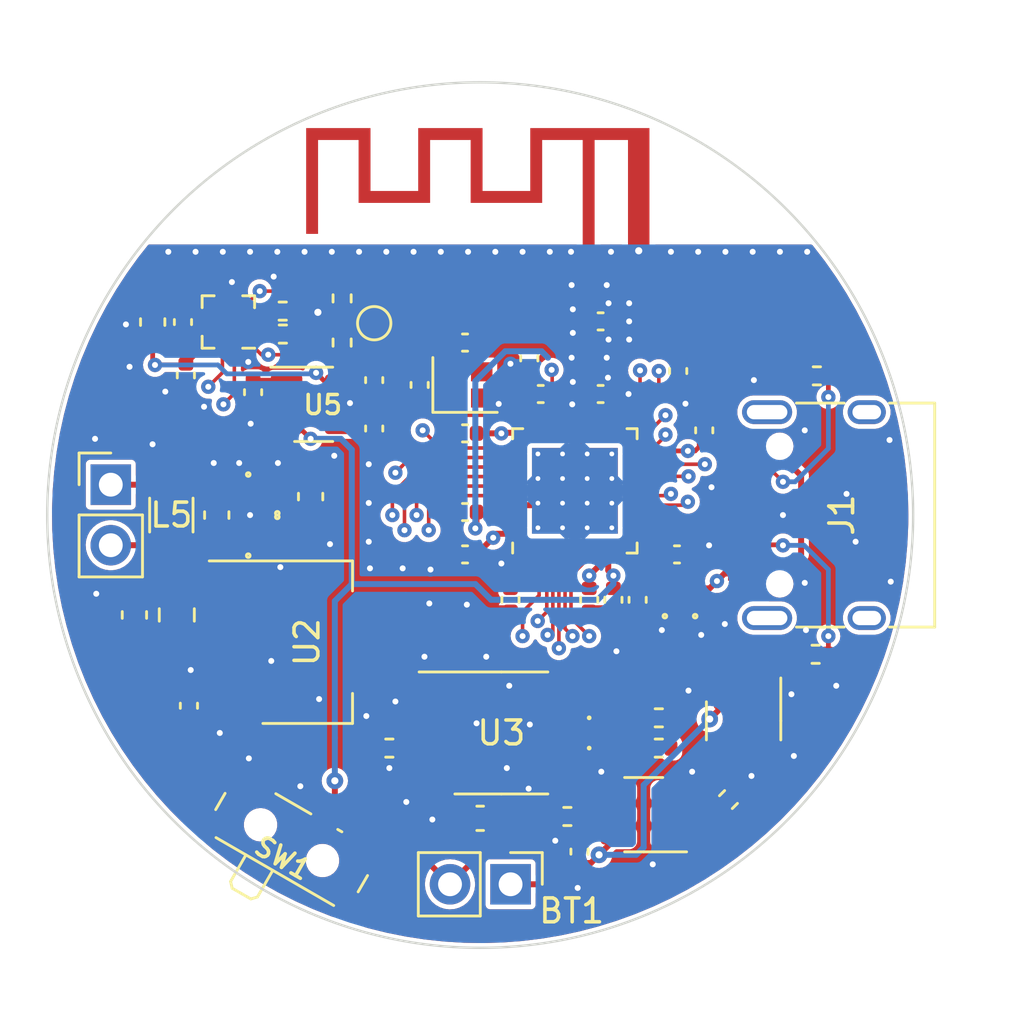
<source format=kicad_pcb>
(kicad_pcb (version 20211014) (generator pcbnew)
  (layers (0 "F.Cu" signal) (1 "In1.Cu" signal) (2 "In2.Cu" signal) (31 "B.Cu" signal) (34 "B.Paste" user) (35 "F.Paste" user) (36 "B.SilkS" user "B.Silkscreen") (37 "F.SilkS" user "F.Silkscreen") (38 "B.Mask" user) (39 "F.Mask" user) (44 "Edge.Cuts" user))
  (net 0 "")
  (net 1 "Net-(J1-PadA5)")
  (net 2 "GND")
  (net 3 "Net-(J1-PadB5)")
  (net 4 "Net-(R1-Pad1)")
  (net 5 "Net-(C34-Pad1)")
  (net 6 "VBATT")
  (net 7 "Net-(R10-Pad2)")
  (net 8 "Net-(R5-Pad1)")
  (net 9 "/Battery Management System/Charge Supply")
  (net 10 "Net-(LED2-Pad2)")
  (net 11 "Net-(LED1-Pad2)")
  (net 12 "Net-(AE1-Pad1)")
  (net 13 "+BATT")
  (net 14 "Net-(C8-Pad1)")
  (net 15 "+1V8")
  (net 17 "/Battery Management System/OC")
  (net 19 "/Battery Management System/OD")
  (net 21 "Net-(C26-Pad1)")
  (net 22 "Net-(LED2-Pad1)")
  (net 23 "Net-(LED1-Pad1)")
  (net 24 "-BATT")
  (net 25 "unconnected-(U6-Pad11)")
  (net 26 "unconnected-(U6-Pad12)")
  (net 27 "unconnected-(U1-Pad6)")
  (net 29 "DC1")
  (net 30 "XRTC-")
  (net 31 "XRTC+")
  (net 32 "A2")
  (net 33 "A3")
  (net 34 "VBUS")
  (net 35 "unconnected-(U1-Pad7)")
  (net 36 "D-")
  (net 37 "D+")
  (net 38 "RESET")
  (net 39 "unconnected-(U1-Pad17)")
  (net 40 "DC5")
  (net 41 "SCL")
  (net 42 "SDA")
  (net 43 "ANT")
  (net 44 "DC6")
  (net 45 "DC3")
  (net 46 "XTL+")
  (net 47 "XTL-")
  (net 48 "A1")
  (net 49 "A0")
  (net 50 "A4")
  (net 51 "A5")
  (net 52 "A6")
  (net 53 "A7")
  (net 54 "DC4")
  (net 55 "Net-(C1-Pad1)")
  (net 56 "Net-(C22-Pad1)")
  (net 57 "Net-(C28-Pad2)")
  (net 58 "Net-(C28-Pad1)")
  (net 62 "SWDIO")
  (net 63 "SWDCLK")
  (net 64 "unconnected-(U1-Pad22)")
  (net 65 "unconnected-(U1-Pad23)")
  (net 66 "Net-(R9-Pad2)")
  (net 67 "VDD")
  (footprint "Connector_PinHeader_2.54mm:PinHeader_1x02_P2.54mm_Vertical" (layer "F.Cu") (at 128.275 117.094 -90)
    (fp_text reference "BT1")
    (fp_text value "ASR00012")
  )
  (footprint "Resistor_SMD:R_0402_1005Metric" (layer "F.Cu") (at 141.0716 107.442 180)
    (fp_text reference "R6" hide)
    (fp_text value "5k1")
  )
  (footprint "Capacitor_SMD:C_0603_1608Metric" (layer "F.Cu") (at 115.951 101.6 90)
    (fp_text reference "C29" hide)
    (fp_text value "2n")
  )
  (footprint "Capacitor_SMD:C_0402_1005Metric" (layer "F.Cu") (at 136.398 98.044 90)
    (fp_text reference "C13" hide)
    (fp_text value "100n")
  )
  (footprint "Connector_USB:USB_C_Receptacle_HRO_TYPE-C-31-M-12" (layer "F.Cu") (at 142.165 101.6 90)
    (fp_text reference "J1")
    (fp_text value "USB_C_Receptacle" hide)
  )
  (footprint "Capacitor_SMD:C_0402_1005Metric" (layer "F.Cu") (at 122.555 95.9358 -90)
    (fp_text reference "C35" hide)
    (fp_text value "10u")
  )
  (footprint "Capacitor_SMD:C_0402_1005Metric" (layer "F.Cu") (at 126.365 103.251 180)
    (fp_text reference "C18" hide)
    (fp_text value "1u")
  )
  (footprint "Resistor_SMD:R_0402_1005Metric" (layer "F.Cu") (at 134.493 111.379 180)
    (fp_text reference "R4" hide)
    (fp_text value "1k")
  )
  (footprint "Capacitor_SMD:C_0603_1608Metric" (layer "F.Cu") (at 112.497 105.791 90)
    (fp_text reference "C10" hide)
    (fp_text value "10u")
  )
  (footprint "Connector_PinHeader_2.54mm:PinHeader_1x02_P2.54mm_Vertical" (layer "F.Cu") (at 111.506 100.325)
    (fp_text reference "L5")
    (fp_text value "8.32u")
  )
  (footprint "Capacitor_SMD:C_0402_1005Metric" (layer "F.Cu") (at 133.604 105.156 -90)
    (fp_text reference "C3" hide)
    (fp_text value "4u7")
  )
  (footprint "Capacitor_SMD:C_0603_1608Metric" (layer "F.Cu") (at 127 114.3254 180)
    (fp_text reference "C11" hide)
    (fp_text value "10u")
  )
  (footprint "Capacitor_SMD:C_0805_2012Metric" (layer "F.Cu") (at 114.275 105.791 90)
    (fp_text reference "C31" hide)
    (fp_text value "10u Tantalum" hide)
  )
  (footprint "Capacitor_SMD:C_0402_1005Metric" (layer "F.Cu") (at 114.783 109.601 -90)
    (fp_text reference "C33" hide)
    (fp_text value "1u")
  )
  (footprint "Capacitor_SMD:C_0402_1005Metric" (layer "F.Cu") (at 117.475 96.4438 -90)
    (fp_text reference "C7" hide)
    (fp_text value "1u")
  )
  (footprint "Resistor_SMD:R_0402_1005Metric" (layer "F.Cu") (at 141.1224 95.758 180)
    (fp_text reference "R7" hide)
    (fp_text value "5k1")
  )
  (footprint "Package_TO_SOT_SMD:SOT-23-6" (layer "F.Cu") (at 138.049 110.236 -90)
    (fp_text reference "Q2" hide)
    (fp_text value "F28205")
  )
  (footprint "Resistor_SMD:R_0402_1005Metric" (layer "F.Cu") (at 137.414 113.538 45)
    (fp_text reference "R5" hide)
    (fp_text value "1k")
  )
  (footprint "Capacitor_SMD:C_0603_1608Metric" (layer "F.Cu") (at 119.888 100.825 90)
    (fp_text reference "C26" hide)
    (fp_text value "4u7 25V")
  )
  (footprint "Package_SO:SOP-8_3.9x4.9mm_P1.27mm" (layer "F.Cu") (at 127.889 110.744)
    (fp_text reference "U3")
    (fp_text value "TP4056" hide)
  )
  (footprint "Inductor_SMD:L_0402_1005Metric" (layer "F.Cu") (at 131.572 94.996 90)
    (fp_text reference "L2" hide)
    (fp_text value "4n7")
  )
  (footprint "Package_LGA:LGA-12_2x2mm_P0.5mm" (layer "F.Cu") (at 116.438 93.496 180)
    (fp_text reference "U6" hide)
    (fp_text value "LIS2DW12")
  )
  (footprint "DIN1006-2:DIN1006-2" (layer "F.Cu") (at 117.2718 102.489 90)
    (fp_text reference "D2" hide)
    (fp_text value "D" hide)
  )
  (footprint "Resistor_SMD:R_0402_1005Metric" (layer "F.Cu") (at 121.2088 92.5068 -90)
    (fp_text reference "R8" hide)
    (fp_text value "10k")
  )
  (footprint "DIN1006-2:DIN1006-2" (layer "F.Cu") (at 134.747 105.029 90)
    (fp_text reference "D7" hide)
    (fp_text value "D" hide)
  )
  (footprint "Capacitor_SMD:C_0402_1005Metric" (layer "F.Cu") (at 122.555 97.9678 -90)
    (fp_text reference "C8" hide)
    (fp_text value "10n")
  )
  (footprint "RF_Antenna:Texas_SWRA117D_2.4GHz_Left" (layer "F.Cu") (at 131.55 90.509)
    (fp_text reference "AE1" hide)
    (fp_text value "Antenna_Shield")
  )
  (footprint "Capacitor_SMD:C_0402_1005Metric" (layer "F.Cu") (at 132.588 105.156 -90)
    (fp_text reference "C4" hide)
    (fp_text value "4u7")
  )
  (footprint "Crystal:Crystal_SMD_2016-4Pin_2.0x1.6mm" (layer "F.Cu") (at 126.365 96.139)
    (fp_text reference "Y1" hide)
    (fp_text value "Crystal" hide)
  )
  (footprint "DIN1006-2:DIN1006-2" (layer "F.Cu") (at 118.491 102.489 -90)
    (fp_text reference "D4" hide)
    (fp_text value "D" hide)
  )
  (footprint "Capacitor_SMD:C_0603_1608Metric" (layer "F.Cu") (at 113.2635 93.5 90)
    (fp_text reference "C9" hide)
    (fp_text value "10u")
  )
  (footprint "Capacitor_SMD:C_0402_1005Metric" (layer "F.Cu") (at 128.27 105.156 -90)
    (fp_text reference "C14" hide)
    (fp_text value "100n")
  )
  (footprint "Capacitor_SMD:C_0402_1005Metric" (layer "F.Cu") (at 124.46 96.139 90)
    (fp_text reference "C6" hide)
    (fp_text value "12p")
  )
  (footprint "Resistor_SMD:R_0402_1005Metric" (layer "F.Cu") (at 121.2088 94.361 90)
    (fp_text reference "R11" hide)
    (fp_text value "10k")
  )
  (footprint "Capacitor_SMD:C_0402_1005Metric" (layer "F.Cu") (at 129.06 95.024 90)
    (fp_text reference "C16" hide)
    (fp_text value "100p")
  )
  (footprint "Capacitor_SMD:C_0402_1005Metric" (layer "F.Cu") (at 114.6556 95.738 90)
    (fp_text reference "C36" hide)
    (fp_text value "100n")
  )
  (footprint "Resistor_SMD:R_0402_1005Metric" (layer "F.Cu") (at 134.493 110.109 180)
    (fp_text reference "R3" hide)
    (fp_text value "1k")
  )
  (footprint "Capacitor_SMD:C_0402_1005Metric" (layer "F.Cu") (at 135.255 103.251)
    (fp_text reference "C1" hide)
    (fp_text value "4u7")
  )
  (footprint "Capacitor_SMD:C_0402_1005Metric" (layer "F.Cu") (at 126.365 94.361 180)
    (fp_text reference "C5" hide)
    (fp_text value "12p")
  )
  (footprint "LED_SMD:LED_0402_1005Metric" (layer "F.Cu") (at 132.588 110.109)
    (fp_text reference "LED1" hide)
    (fp_text value "LED" hide)
  )
  (footprint "Inductor_SMD:L_0402_1005Metric" (layer "F.Cu") (at 131.572 91.948 90)
    (fp_text reference "L3" hide)
    (fp_text value "2n2")
  )
  (footprint "DIN1006-2:DIN1006-2" (layer "F.Cu") (at 118.491 100.711 90)
    (fp_text reference "D5" hide)
    (fp_text value "D" hide)
  )
  (footprint "Capacitor_SMD:C_0402_1005Metric" (layer "F.Cu") (at 131.1656 115.7224 -90)
    (fp_text reference "C34" hide)
    (fp_text value "100n")
  )
  (footprint "Button_Switch_SMD:SW_SPDT_PCM12" (layer "F.Cu") (at 119.253 115.062 -30)
    (fp_text reference "SW1")
    (fp_text value "MFS201N-16-Z")
  )
  (footprint "Capacitor_SMD:C_0402_1005Metric" (layer "F.Cu") (at 131.572 105.156 -90)
    (fp_text reference "C2" hide)
    (fp_text value "4u7")
  )
  (footprint "Package_TO_SOT_SMD:SOT-23-6" (layer "F.Cu") (at 133.858 114.173 180)
    (fp_text reference "U8" hide)
    (fp_text value "DW01A")
  )
  (footprint "LED_SMD:LED_0402_1005Metric" (layer "F.Cu") (at 132.588 111.379)
    (fp_text reference "LED2" hide)
    (fp_text value "LED" hide)
  )
  (footprint "Resistor_SMD:R_0402_1005Metric" (layer "F.Cu") (at 118.7176 93.0402 180)
    (fp_text reference "R10" hide)
    (fp_text value "N.C")
  )
  (footprint "Capacitor_SMD:C_0402_1005Metric" (layer "F.Cu") (at 132.052 93.472)
    (fp_text reference "C22" hide)
    (fp_text value "1p2")
  )
  (footprint "Capacitor_SMD:C_0402_1005Metric" (layer "F.Cu") (at 129.54 96.52 180)
    (fp_text reference "C32" hide)
    (fp_text value "N.C.")
  )
  (footprint "Capacitor_SMD:C_0402_1005Metric" (layer "F.Cu") (at 126.365 98.171 180)
    (fp_text reference "C12" hide)
    (fp_text value "100n")
  )
  (footprint "Capacitor_SMD:C_1206_3216Metric" (layer "F.Cu") (at 114.046 101.6 90)
    (fp_text reference "C28" hide)
    (fp_text value "150n")
  )
  (footprint "Capacitor_SMD:C_0402_1005Metric" (layer "F.Cu") (at 126.365 101.473 180)
    (fp_text reference "C19" hide)
    (fp_text value "1u")
  )
  (footprint "DIN1006-2:DIN1006-2" (layer "F.Cu") (at 136.017 105.029 90)
    (fp_text reference "D6" hide)
    (fp_text value "D" hide)
  )
  (footprint "TestPoint:TestPoint_Pad_D1.0mm" (layer "F.Cu") (at 122.555 93.5482)
    (fp_text reference "TP3" hide)
    (fp_text value "TestPoint")
  )
  (footprint "Capacitor_SMD:C_0402_1005Metric" (layer "F.Cu") (at 114.5335 93.5 90)
    (fp_text reference "C15" hide)
    (fp_text value "100n")
  )
  (footprint "Package_TO_SOT_SMD:SOT-223-3_TabPin2" (layer "F.Cu") (at 119.736 106.934)
    (fp_text reference "U2")
    (fp_text value "AMS1117-5.0" hide)
  )
  (footprint "Capacitor_SMD:C_0402_1005Metric" (layer "F.Cu") (at 135.3058 95.5548 90)
    (fp_text reference "C17" hide)
    (fp_text value "820p")
  )
  (footprint "Capacitor_SMD:C_0402_1005Metric" (layer "F.Cu") (at 132.052 96.52)
    (fp_text reference "C21" hide)
    (fp_text value "1p")
  )
  (footprint "Resistor_SMD:R_0402_1005Metric" (layer "F.Cu") (at 130.6576 114.2492)
    (fp_text reference "R2" hide)
    (fp_text value "100r")
  )
  (footprint "Package_TO_SOT_SMD:TSOT-23-5" (layer "F.Cu") (at 120.015 96.9518)
    (fp_text reference "U5")
    (fp_text value "BCT2019EXKV18-TR" hide)
  )
  (footprint "Resistor_SMD:R_0402_1005Metric" (layer "F.Cu") (at 118.724 94.004 180)
    (fp_text reference "R9" hide)
    (fp_text value "10k")
  )
  (footprint "Resistor_SMD:R_0402_1005Metric" (layer "F.Cu") (at 123.19 111.379)
    (fp_text reference "R1" hide)
    (fp_text value "1k5")
  )
  (footprint "Package_DFN_QFN:QFN-40-1EP_5x5mm_P0.4mm_EP3.6x3.6mm_ThermalVias" (layer "F.Cu") (at 130.972 100.584 90)
    (fp_text reference "U1" hide)
    (fp_text value "NRF52833-QDAA-R7" hide)
  )
  (footprint "DIN1006-2:DIN1006-2" (layer "F.Cu") (at 117.2718 100.711 -90)
    (fp_text reference "D3" hide)
    (fp_text value "D" hide)
  )
  (gr_circle (center 127 101.6) (end 127 83.439) (layer "Edge.Cuts") (width 0.1) (fill none))
  (segment (start 141.605 106.68) (end 141.605 107.44) (width 0.2) (layer "F.Cu") (net 1))
  (segment (start 139.68 102.85) (end 138.12 102.85) (width 0.2) (layer "F.Cu") (net 1))
  (segment (start 139.7 102.87) (end 139.68 102.85) (width 0.2) (layer "F.Cu") (net 1))
  (segment (start 141.605 107.44) (end 141.603 107.442) (width 0.2) (layer "F.Cu") (net 1))
  (via (at 141.605 106.68) (size 0.6) (drill 0.25) (layers "F.Cu" "B.Cu") (net 1))
  (via (at 139.7 102.87) (size 0.6) (drill 0.25) (layers "F.Cu" "B.Cu") (net 1))
  (segment (start 140.589 102.87) (end 141.605 103.886) (width 0.2) (layer "B.Cu") (net 1))
  (segment (start 139.7 102.87) (end 140.589 102.87) (width 0.2) (layer "B.Cu") (net 1))
  (segment (start 141.605 103.886) (end 141.605 106.68) (width 0.2) (layer "B.Cu") (net 1))
  (segment (start 127.531588 96.689) (end 127.777088 96.9345) (width 0.2) (layer "F.Cu") (net 2))
  (segment (start 117.2718 101.6762) (end 117.348 101.6) (width 0.25) (layer "F.Cu") (net 2))
  (segment (start 131.172 98.1465) (end 131.172 100.384) (width 0.25) (layer "F.Cu") (net 2))
  (segment (start 117.2718 101.5238) (end 117.348 101.6) (width 0.25) (layer "F.Cu") (net 2))
  (segment (start 129.06 96.52) (end 129.06 96.294) (width 0.15) (layer "F.Cu") (net 2))
  (segment (start 130.372 101.184) (end 130.972 100.584) (width 0.25) (layer "F.Cu") (net 2))
  (segment (start 128.5345 101.184) (end 130.372 101.184) (width 0.25) (layer "F.Cu") (net 2))
  (segment (start 129.06 96.3956) (end 128.27 95.6056) (width 0.15) (layer "F.Cu") (net 2))
  (segment (start 129.06 96.52) (end 129.06 96.3956) (width 0.15) (layer "F.Cu") (net 2))
  (segment (start 128.27 95.6056) (end 128.27 95.25) (width 0.15) (layer "F.Cu") (net 2))
  (segment (start 127.065 96.689) (end 127.531588 96.689) (width 0.2) (layer "F.Cu") (net 2))
  (segment (start 117.2718 102.1588) (end 117.2718 101.6762) (width 0.25) (layer "F.Cu") (net 2))
  (segment (start 117.2718 101.0412) (end 117.2718 101.5238) (width 0.25) (layer "F.Cu") (net 2))
  (segment (start 131.172 100.384) (end 130.972 100.584) (width 0.25) (layer "F.Cu") (net 2))
  (segment (start 119.096 93.246) (end 119.2764 93.0656) (width 0.15) (layer "F.Cu") (net 2))
  (via (at 127.635 90.551) (size 0.6) (drill 0.25) (layers "F.Cu" "B.Cu") (net 2))
  (via (at 132.08 112.3696) (size 0.6) (drill 0.25) (layers "F.Cu" "B.Cu") (net 2))
  (via (at 140.6652 106.426) (size 0.6) (drill 0.25) (layers "F.Cu" "B.Cu") (net 2))
  (via (at 116.8908 99.4156) (size 0.6) (drill 0.25) (layers "F.Cu" "B.Cu") (net 2))
  (via (at 134.239 116.2558) (size 0.6) (drill 0.25) (layers "F.Cu" "B.Cu") (net 2))
  (via (at 123.19 112.2172) (size 0.6) (drill 0.25) (layers "F.Cu" "B.Cu") (net 2))
  (via (at 123.9012 113.6396) (size 0.6) (drill 0.25) (layers "F.Cu" "B.Cu") (net 2))
  (via (at 129.0828 110.3884) (size 0.6) (drill 0.25) (layers "F.Cu" "B.Cu") (net 2))
  (via (at 118.491 90.551) (size 0.6) (drill 0.25) (layers "F.Cu" "B.Cu") (net 2))
  (via (at 130.8354 91.948) (size 0.6) (drill 0.25) (layers "F.Cu" "B.Cu") (net 2))
  (via (at 117.3734 97.7646) (size 0.6) (drill 0.25) (layers "F.Cu" "B.Cu") (net 2))
  (via (at 113.919 90.551) (size 0.6) (drill 0.25) (layers "F.Cu" "B.Cu") (net 2))
  (via (at 117.2972 111.8108) (size 0.6) (drill 0.25) (layers "F.Cu" "B.Cu") (net 2))
  (via (at 120.2436 109.3216) (size 0.6) (drill 0.25) (layers "F.Cu" "B.Cu") (net 2))
  (via (at 114.8588 108.1024) (size 0.6) (drill 0.25) (layers "F.Cu" "B.Cu") (net 2))
  (via (at 123.7488 103.8352) (size 0.6) (drill 0.25) (layers "F.Cu" "B.Cu") (net 2))
  (via (at 122.2248 110.0328) (size 0.6) (drill 0.25) (layers "F.Cu" "B.Cu") (net 2))
  (via (at 139.573 90.551) (size 0.6) (drill 0.25) (layers "F.Cu" "B.Cu") (net 2))
  (via (at 123.063 90.551) (size 0.6) (drill 0.25) (layers "F.Cu" "B.Cu") (net 2))
  (via (at 135.89 112.3696) (size 0.6) (drill 0.25) (layers "F.Cu" "B.Cu") (net 2))
  (via (at 142.367 100.711) (size 0.6) (drill 0.25) (layers "F.Cu" "B.Cu") (net 2))
  (via (at 119.634 90.551) (size 0.6) (drill 0.25) (layers "F.Cu" "B.Cu") (net 2))
  (via (at 126.8476 110.3376) (size 0.6) (drill 0.25) (layers "F.Cu" "B.Cu") (net 2))
  (via (at 124.9934 114.3762) (size 0.6) (drill 0.25) (layers "F.Cu" "B.Cu") (net 2))
  (via (at 126.492 90.551) (size 0.6) (drill 0.25) (layers "F.Cu" "B.Cu") (net 2))
  (via (at 122.3264 99.4664) (size 0.6) (drill 0.25) (layers "F.Cu" "B.Cu") (net 2))
  (via (at 137.287 90.551) (size 0.6) (drill 0.25) (layers "F.Cu" "B.Cu") (net 2))
  (via (at 116.586 91.821) (size 0.6) (drill 0.25) (layers "F.Cu" "B.Cu") (net 2))
  (via (at 118.3386 91.5924) (size 0.6) (drill 0.25) (layers "F.Cu" "B.Cu") (net 2))
  (via (at 115.824 99.4156) (size 0.6) (drill 0.25) (layers "F.Cu" "B.Cu") (net 2))
  (via (at 117.2718 95.1738) (size 0.6) (drill 0.25) (layers "F.Cu" "B.Cu") (net 2))
  (via (at 136.6012 102.87) (size 0.6) (drill 0.25) (layers "F.Cu" "B.Cu") (net 2))
  (via (at 120.8786 99.1108) (size 0.6) (drill 0.25) (layers "F.Cu" "B.Cu") (net 2))
  (via (at 124.9172 103.886) (size 0.6) (drill 0.25) (layers "F.Cu" "B.Cu") (net 2))
  (via (at 118.5164 99.4156) (size 0.6) (drill 0.25) (layers "F.Cu" "B.Cu") (net 2))
  (via (at 120.1928 93.091) (size 0.7) (drill 0.3) (layers "F.Cu" "B.Cu") (net 2))
  (via (at 120.7008 102.8192) (size 0.6) (drill 0.25) (layers "F.Cu" "B.Cu") (net 2))
  (via (at 126.4412 105.3592) (size 0.6) (drill 0.25) (layers "F.Cu" "B.Cu") (net 2))
  (via (at 113.792 96.4184) (size 0.6) (drill 0.25) (layers "F.Cu" "B.Cu") (net 2))
  (via (at 120.777 90.551) (size 0.6) (drill 0.25) (layers "F.Cu" "B.Cu") (net 2))
  (via (at 144.2212 104.394) (size 0.6) (drill 0.25) (layers "F.Cu" "B.Cu") (net 2))
  (via (at 127.254 107.5436) (size 0.6) (drill 0.25) (layers "F.Cu" "B.Cu") (net 2))
  (via (at 129.921 90.551) (size 0.6) (drill 0.25) (layers "F.Cu" "B.Cu") (net 2))
  (via (at 138.3792 112.5474) (size 0.6) (drill 0.25) (layers "F.Cu" "B.Cu") (net 2))
  (via (at 132.3086 91.948) (size 0.6) (drill 0.25) (layers "F.Cu" "B.Cu") (net 2))
  (via (at 135.001 90.551) (size 0.6) (drill 0.25) (layers "F.Cu" "B.Cu") (net 2))
  (via (at 133.2484 93.472) (size 0.6) (drill 0.25) (layers "F.Cu" "B.Cu") (net 2))
  (via (at 132.3086 94.996) (size 0.6) (drill 0.25) (layers "F.Cu" "B.Cu") (net 2))
  (via (at 124.206 90.551) (size 0.6) (drill 0.25) (layers "F.Cu" "B.Cu") (net 2))
  (via (at 127.889 103.632) (size 0.6) (drill 0.25) (layers "F.Cu" "B.Cu") (net 2))
  (via (at 116.078 110.744) (size 0.6) (drill 0.25) (layers "F.Cu" "B.Cu") (net 2))
  (via (at 132.3594 95.8342) (size 0.6) (drill 0.25) (layers "F.Cu" "B.Cu") (net 2))
  (via (at 140.0556 109.1184) (size 0.6) (drill 0.25) (layers "F.Cu" "B.Cu") (net 2))
  (via (at 132.3848 94.234) (size 0.6) (drill 0.25) (layers "F.Cu" "B.Cu") (net 2))
  (via (at 125.349 90.551) (size 0.6) (drill 0.25) (layers "F.Cu" "B.Cu") (net 2))
  (via (at 138.43 90.551) (size 0.6) (drill 0.25) (layers "F.Cu" "B.Cu") (net 2))
  (via (at 139.7 101.6) (size 0.6) (drill 0.25) (layers "F.Cu" "B.Cu") (net 2))
  (via (at 130.8862 93.9546) (size 0.6) (drill 0.25) (layers "F.Cu" "B.Cu") (net 2))
  (via (at 131.0894 117.2464) (size 0.6) (drill 0.25) (layers "F.Cu" "B.Cu") (net 2))
  (via (at 123.444 109.4232) (size 0.6) (drill 0.25) (layers "F.Cu" "B.Cu") (net 2))
  (via (at 140.6144 104.4448) (size 0.6) (drill 0.25) (layers "F.Cu" "B.Cu") (net 2))
  (via (at 124.8664 105.3084) (size 0.6) (drill 0.25) (layers "F.Cu" "B.Cu") (net 2))
  (via (at 122.3264 102.7176) (size 0.6) (drill 0.25) (layers "F.Cu" "B.Cu") (net 2))
  (via (at 128.27 95.25) (size 0.6) (drill 0.25) (layers "F.Cu" "B.Cu") (net 2))
  (via (at 130.8354 94.996) (size 0.6) (drill 0.25) (layers "F.Cu" "B.Cu") (net 2))
  (via (at 119.4562 112.9792) (size 0.6) (drill 0.25) (layers "F.Cu" "B.Cu") (net 2))
  (via (at 128.778 90.551) (size 0.6) (drill 0.25) (layers "F.Cu" "B.Cu") (net 2))
  (via (at 130.8862 92.964) (size 0.6) (drill 0.25) (layers "F.Cu" "B.Cu") (net 2))
  (via (at 136.271 106.6292) (size 0.6) (drill 0.25) (layers "F.Cu" "B.Cu") (net 2))
  (via (at 121.92 90.551) (size 0.6) (drill 0.25) (layers "F.Cu" "B.Cu") (net 2))
  (via (at 134.62 106.426) (size 0.6) (drill 0.25) (layers "F.Cu" "B.Cu") (net 2))
  (via (at 133.223 96.52) (size 0.6) (drill 0.25) (layers "F.Cu" "B.Cu") (net 2))
  (via (at 137.2616 106.172) (size 0.6) (drill 0.25) (layers "F.Cu" "B.Cu") (net 2))
  (via (at 128.1176 112.2172) (size 0.6) (drill 0.25) (layers "F.Cu" "B.Cu") (net 2))
  (via (at 112.2934 95.377) (size 0.6) (drill 0.25) (layers "F.Cu" "B.Cu") (net 2))
  (via (at 113.2586 98.6282) (size 0.6) (drill 0.25) (layers "F.Cu" "B.Cu") (net 2))
  (via (at 142.748 102.7176) (size 0.6) (drill 0.25) (layers "F.Cu" "B.Cu") (net 2))
  (via (at 141.9352 108.7628) (size 0.6) (drill 0.25) (layers "F.Cu" "B.Cu") (net 2))
  (via (at 132.4864 90.551) (size 0.6) (drill 0.25) (layers "F.Cu" "B.Cu") (net 2))
  (via (at 135.7376 108.966) (size 0.6) (drill 0.25) (layers "F.Cu" "B.Cu") (net 2))
  (via (at 135.6106 96.9264) (size 0.6) (drill 0.25) (layers "F.Cu" "B.Cu") (net 2))
  (via (at 138.4808 95.9358) (size 0.6) (drill 0.25) (layers "F.Cu" "B.Cu") (net 2))
  (via (at 128.2192 108.7628) (size 0.6) (drill 0.25) (layers "F.Cu" "B.Cu") (net 2))
  (via (at 122.3264 101.092) (size 0.6) (drill 0.25) (layers "F.Cu" "B.Cu") (net 2))
  (via (at 110.8456 98.3996) (size 0.6) (drill 0.25) (layers "F.Cu" "B.Cu") (net 2))
  (via (at 129.032 113.0808) (size 0.6) (drill 0.25) (layers "F.Cu" "B.Cu") (net 2))
  (via (at 124.6632 107.5436) (size 0.6) (drill 0.25) (layers "F.Cu" "B.Cu") (net 2))
  (via (at 118.237 107.7214) (size 0.6) (drill 0.25) (layers "F.Cu" "B.Cu") (net 2))
  (via (at 115.4176 97.0534) (size 0.6) (drill 0.25) (layers "F.Cu" "B.Cu") (net 2))
  (via (at 132.715 107.315) (size 0.6) (drill 0.25) (layers "F.Cu" "B.Cu") (net 2))
  (via (at 140.716 90.551) (size 0.6) (drill 0.25) (layers "F.Cu" "B.Cu") (net 2))
  (via (at 130.8608 96.9518) (size 0.6) (drill 0.25) (layers "F.Cu" "B.Cu") (net 2))
  (via (at 110.8964 104.902) (size 0.6) (drill 0.25) (layers "F.Cu" "B.Cu") (net 2))
  (via (at 116.205 90.551) (size 0.6) (drill 0.25) (layers "F.Cu" "B.Cu") (net 2))
  (via (at 144.1704 98.4504) (size 0.6) (drill 0.25) (layers "F.Cu" "B.Cu") (net 2))
  (via (at 136.144 90.551) (size 0.6) (drill 0.25) (layers "F.Cu" "B.Cu") (net 2))
  (via (at 130.1496 115.2652) (size 0.6) (drill 0.25) (layers "F.Cu" "B.Cu") (net 2))
  (via (at 130.81 90.551) (size 0.6) (drill 0.25) (layers "F.Cu" "B.Cu") (net 2))
  (via (at 127.777088 96.9345) (size 0.6) (drill 0.25) (layers "F.Cu" "B.Cu") (net 2))
  (via (at 117.348 101.6) (size 0.6) (drill 0.25) (layers "F.Cu" "B.Cu") (net 2))
  (via (at 130.8862 96.012) (size 0.6) (drill 0.25) (layers "F.Cu" "B.Cu") (net 2))
  (via (at 115.062 90.551) (size 0.6) (drill 0.25) (layers "F.Cu" "B.Cu") (net 2))
  (via (at 140.6144 98.044) (size 0.6) (drill 0.25) (layers "F.Cu" "B.Cu") (net 2))
  (via (at 136.7028 100.4316) (size 0.6) (drill 0.25) (layers "F.Cu" "B.Cu") (net 2))
  (via (at 133.2484 94.234) (size 0.6) (drill 0.25) (layers "F.Cu" "B.Cu") (net 2))
  (via (at 117.348 90.551) (size 0.6) (drill 0.25) (layers "F.Cu" "B.Cu") (net 2))
  (via (at 118.618 103.7844) (size 0.6) (drill 0.25) (layers "F.Cu" "B.Cu") (net 2))
  (via (at 121.539 96.901) (size 0.6) (drill 0.25) (layers "F.Cu" "B.Cu") (net 2))
  (via (at 140.1572 111.7092) (size 0.6) (drill 0.25) (layers "F.Cu" "B.Cu") (net 2))
  (via (at 132.3848 92.71) (size 0.6) (drill 0.25) (layers "F.Cu" "B.Cu") (net 2))
  (via (at 133.2484 92.71) (size 0.6) (drill 0.25) (layers "F.Cu" "B.Cu") (net 2))
  (via (at 122.3772 103.8352) (size 0.6) (drill 0.25) (layers "F.Cu" "B.Cu") (net 2))
  (via (at 112.141 93.599) (size 0.6) (drill 0.25) (layers "F.Cu" "B.Cu") (net 2))
  (segment (start 141.605 96.647) (end 141.605 95.76) (width 0.2) (layer "F.Cu") (net 3))
  (segment (start 139.347 99.85) (end 138.12 99.85) (width 0.15) (layer "F.Cu") (net 3))
  (segment (start 139.7 100.203) (end 139.347 99.85) (width 0.15) (layer "F.Cu") (net 3))
  (segment (start 141.605 95.76) (end 141.603 95.758) (width 0.2) (layer "F.Cu") (net 3))
  (via (at 139.7 100.203) (size 0.6) (drill 0.25) (layers "F.Cu" "B.Cu") (net 3))
  (via (at 141.605 96.647) (size 0.6) (drill 0.25) (layers "F.Cu" "B.Cu") (net 3))
  (segment (start 141.605 98.806) (end 141.605 96.647) (width 0.2) (layer "B.Cu") (net 3))
  (segment (start 140.208 100.203) (end 141.605 98.806) (width 0.2) (layer "B.Cu") (net 3))
  (segment (start 139.7 100.203) (end 140.208 100.203) (width 0.2) (layer "B.Cu") (net 3))
  (segment (start 123.317 110.109) (end 122.68 110.746) (width 0.2) (layer "F.Cu") (net 4))
  (segment (start 122.68 110.746) (end 122.68 111.379) (width 0.2) (layer "F.Cu") (net 4))
  (segment (start 125.264 110.109) (end 123.317 110.109) (width 0.2) (layer "F.Cu") (net 4))
  (segment (start 131.1676 115.2404) (end 131.1656 115.2424) (width 0.2) (layer "F.Cu") (net 5))
  (segment (start 132.7205 114.173) (end 131.2438 114.173) (width 0.2) (layer "F.Cu") (net 5))
  (segment (start 131.1676 114.2492) (end 131.1676 115.2404) (width 0.2) (layer "F.Cu") (net 5))
  (segment (start 131.2438 114.173) (end 131.1676 114.2492) (width 0.2) (layer "F.Cu") (net 5))
  (segment (start 123.589584 114.948584) (end 125.735 117.094) (width 0.25) (layer "F.Cu") (net 6))
  (segment (start 130.514 113.8828) (end 130.514 112.649) (width 0.25) (layer "F.Cu") (net 6))
  (segment (start 121.916557 114.948584) (end 123.589584 114.948584) (width 0.25) (layer "F.Cu") (net 6))
  (segment (start 130.0968 114.3) (end 130.514 113.8828) (width 0.25) (layer "F.Cu") (net 6))
  (segment (start 127.775 115.049) (end 127.775 114.3254) (width 0.25) (layer "F.Cu") (net 6))
  (segment (start 130.1476 114.2492) (end 127.8512 114.2492) (width 0.25) (layer "F.Cu") (net 6))
  (segment (start 127.8512 114.2492) (end 127.775 114.3254) (width 0.25) (layer "F.Cu") (net 6))
  (segment (start 125.735 117.094) (end 125.735 117.089) (width 0.25) (layer "F.Cu") (net 6))
  (segment (start 125.735 117.089) (end 127.775 115.049) (width 0.25) (layer "F.Cu") (net 6))
  (segment (start 130.0968 114.3) (end 130.1476 114.2492) (width 0.25) (layer "F.Cu") (net 6))
  (segment (start 118.0018 93.246) (end 118.2076 93.0402) (width 0.15) (layer "F.Cu") (net 7))
  (segment (start 117.2005 93.246) (end 118.0018 93.246) (width 0.15) (layer "F.Cu") (net 7))
  (segment (start 134.9955 114.173) (end 136.779 114.173) (width 0.2) (layer "F.Cu") (net 8))
  (segment (start 136.779 114.173) (end 137.053376 113.898624) (width 0.2) (layer "F.Cu") (net 8))
  (segment (start 125.73 112.649) (end 129.54 108.839) (width 0.25) (layer "F.Cu") (net 9))
  (segment (start 125.264 112.649) (end 125.73 112.649) (width 0.25) (layer "F.Cu") (net 9))
  (segment (start 129.54 108.839) (end 130.514 108.839) (width 0.25) (layer "F.Cu") (net 9))
  (segment (start 135.382 107.7595) (end 134.3025 108.839) (width 0.25) (layer "F.Cu") (net 9))
  (segment (start 135.382 105.41) (end 135.382 107.7595) (width 0.25) (layer "F.Cu") (net 9))
  (segment (start 129.413 108.839) (end 130.514 108.839) (width 0.25) (layer "F.Cu") (net 9))
  (segment (start 134.747 105.3592) (end 135.4328 105.3592) (width 0.25) (layer "F.Cu") (net 9))
  (segment (start 126.492 106.934) (end 122.886 106.934) (width 0.25) (layer "F.Cu") (net 9))
  (segment (start 135.4328 105.3592) (end 136.017 105.3592) (width 0.25) (layer "F.Cu") (net 9))
  (segment (start 114.468 106.934) (end 114.275 106.741) (width 0.25) (layer "F.Cu") (net 9))
  (segment (start 130.514 108.839) (end 134.366 108.839) (width 0.2) (layer "F.Cu") (net 9))
  (segment (start 112.672 106.741) (end 112.497 106.566) (width 0.25) (layer "F.Cu") (net 9))
  (segment (start 127.508 106.934) (end 129.413 108.839) (width 0.25) (layer "F.Cu") (net 9))
  (segment (start 134.3025 108.839) (end 130.514 108.839) (width 0.25) (layer "F.Cu") (net 9))
  (segment (start 135.003 111.379) (end 135.003 110.109) (width 0.2) (layer "F.Cu") (net 9))
  (segment (start 116.586 106.934) (end 114.468 106.934) (width 0.25) (layer "F.Cu") (net 9))
  (segment (start 135.4328 105.3592) (end 135.382 105.41) (width 0.25) (layer "F.Cu") (net 9))
  (segment (start 114.275 106.741) (end 112.672 106.741) (width 0.25) (layer "F.Cu") (net 9))
  (segment (start 126.492 106.934) (end 127.508 106.934) (width 0.25) (layer "F.Cu") (net 9))
  (segment (start 135.003 109.476) (end 135.003 110.109) (width 0.2) (layer "F.Cu") (net 9))
  (segment (start 134.366 108.839) (end 135.003 109.476) (width 0.2) (layer "F.Cu") (net 9))
  (segment (start 133.983 111.379) (end 133.073 111.379) (width 0.25) (layer "F.Cu") (net 10))
  (segment (start 133.983 110.109) (end 133.073 110.109) (width 0.25) (layer "F.Cu") (net 11))
  (segment (start 131.572 91.463) (end 131.572 90.531) (width 0.349355) (layer "F.Cu") (net 12))
  (segment (start 131.572 90.531) (end 131.55 90.509) (width 0.2) (layer "F.Cu") (net 12))
  (segment (start 132.372 103.924) (end 132.588 104.14) (width 0.25) (layer "F.Cu") (net 13))
  (segment (start 119.319 97.9018) (end 118.8775 97.9018) (width 0.2) (layer "F.Cu") (net 13))
  (segment (start 132.372 103.0215) (end 132.372 103.924) (width 0.25) (layer "F.Cu") (net 13))
  (segment (start 132.588 104.676) (end 132.588 104.14) (width 0.25) (layer "F.Cu") (net 13))
  (segment (start 119.888 97.3328) (end 119.319 97.9018) (width 0.2) (layer "F.Cu") (net 13))
  (segment (start 119.888 96.5708) (end 119.888 97.3328) (width 0.2) (layer "F.Cu") (net 13))
  (segment (start 118.8775 96.0018) (end 119.319 96.0018) (width 0.2) (layer "F.Cu") (net 13))
  (segment (start 120.904 112.7506) (end 120.904 113.912103) (width 0.25) (layer "F.Cu") (net 13))
  (segment (start 119.319 96.0018) (end 119.888 96.5708) (width 0.2) (layer "F.Cu") (net 13))
  (segment (start 117.475 95.9638) (end 118.8395 95.9638) (width 0.25) (layer "F.Cu") (net 13))
  (segment (start 119.3902 97.9018) (end 119.888 98.3996) (width 0.2) (layer "F.Cu") (net 13))
  (segment (start 120.904 113.912103) (end 120.617519 114.198584) (width 0.25) (layer "F.Cu") (net 13))
  (segment (start 118.8775 97.9018) (end 119.3902 97.9018) (width 0.2) (layer "F.Cu") (net 13))
  (segment (start 118.8395 95.9638) (end 118.8775 96.0018) (width 0.25) (layer "F.Cu") (net 13))
  (via (at 119.888 98.3996) (size 0.6) (drill 0.25) (layers "F.Cu" "B.Cu") (net 13))
  (via (at 132.588 104.14) (size 0.6) (drill 0.25) (layers "F.Cu" "B.Cu") (net 13))
  (via (at 120.904 112.7506) (size 0.7) (drill 0.3) (layers "F.Cu" "B.Cu") (net 13))
  (segment (start 120.904 105.2068) (end 121.6152 104.4956) (width 0.25) (layer "B.Cu") (net 13))
  (segment (start 121.6152 104.4956) (end 126.7968 104.4956) (width 0.25) (layer "B.Cu") (net 13))
  (segment (start 121.6152 98.8568) (end 121.5136 98.7552) (width 0.25) (layer "B.Cu") (net 13))
  (segment (start 131.9276 105.156) (end 132.588 104.4956) (width 0.25) (layer "B.Cu") (net 13))
  (segment (start 120.904 110.9472) (end 120.904 112.7506) (width 0.25) (layer "B.Cu") (net 13))
  (segment (start 120.904 110.9472) (end 120.904 105.2068) (width 0.25) (layer "B.Cu") (net 13))
  (segment (start 121.158 98.3996) (end 119.888 98.3996) (width 0.25) (layer "B.Cu") (net 13))
  (segment (start 121.5136 98.7552) (end 121.158 98.3996) (width 0.25) (layer "B.Cu") (net 13))
  (segment (start 127.4572 105.156) (end 131.9276 105.156) (width 0.25) (layer "B.Cu") (net 13))
  (segment (start 126.7968 104.4956) (end 127.4572 105.156) (width 0.25) (layer "B.Cu") (net 13))
  (segment (start 121.6152 104.4956) (end 121.6152 98.8568) (width 0.25) (layer "B.Cu") (net 13))
  (segment (start 132.588 104.4956) (end 132.588 104.14) (width 0.25) (layer "B.Cu") (net 13))
  (segment (start 121.1525 97.9018) (end 122.141 97.9018) (width 0.25) (layer "F.Cu") (net 14))
  (segment (start 122.141 97.9018) (end 122.555 97.4878) (width 0.25) (layer "F.Cu") (net 14))
  (segment (start 115.6755 94.246) (end 115.6676 94.246) (width 0.2) (layer "F.Cu") (net 15))
  (segment (start 115.6676 94.246) (end 114.6556 95.258) (width 0.2) (layer "F.Cu") (net 15))
  (segment (start 121.1525 96.0018) (end 120.4874 96.0018) (width 0.2) (layer "F.Cu") (net 15))
  (segment (start 119.234 94.004) (end 122.0992 94.004) (width 0.15) (layer "F.Cu") (net 15))
  (segment (start 122.555 95.4558) (end 122.555 93.5482) (width 0.25) (layer "F.Cu") (net 15))
  (segment (start 113.2635 95.2041) (end 113.3602 95.3008) (width 0.2) (layer "F.Cu") (net 15))
  (segment (start 113.2635 94.275) (end 113.2635 95.2041) (width 0.2) (layer "F.Cu") (net 15))
  (segment (start 115.676 94.2465) (end 115.6755 94.246) (width 0.2) (layer "F.Cu") (net 15))
  (segment (start 122.0992 94.004) (end 122.555 93.5482) (width 0.15) (layer "F.Cu") (net 15))
  (segment (start 114.6128 95.3008) (end 114.6556 95.258) (width 0.2) (layer "F.Cu") (net 15))
  (segment (start 121.1525 95.9225) (end 121.1525 96.0018) (width 0.2) (layer "F.Cu") (net 15))
  (segment (start 113.3602 95.3008) (end 114.6128 95.3008) (width 0.2) (layer "F.Cu") (net 15))
  (segment (start 115.6755 93.746) (end 114.7675 93.746) (width 0.2) (layer "F.Cu") (net 15))
  (segment (start 122.009 96.0018) (end 122.555 95.4558) (width 0.25) (layer "F.Cu") (net 15))
  (segment (start 113.5585 93.98) (end 113.2635 94.275) (width 0.2) (layer "F.Cu") (net 15))
  (segment (start 120.4874 96.0018) (end 120.1166 95.631) (width 0.2) (layer "F.Cu") (net 15))
  (segment (start 114.7675 93.746) (end 114.5335 93.98) (width 0.2) (layer "F.Cu") (net 15))
  (segment (start 114.5335 93.98) (end 113.5585 93.98) (width 0.2) (layer "F.Cu") (net 15))
  (segment (start 121.2088 93.0168) (end 121.2088 93.851) (width 0.2) (layer "F.Cu") (net 15))
  (segment (start 121.1525 96.0018) (end 122.009 96.0018) (width 0.25) (layer "F.Cu") (net 15))
  (via (at 120.1166 95.631) (size 0.6) (drill 0.25) (layers "F.Cu" "B.Cu") (net 15))
  (via (at 113.3602 95.3008) (size 0.6) (drill 0.25) (layers "F.Cu" "B.Cu") (net 15))
  (segment (start 120.0738 95.6738) (end 116.3748 95.6738) (width 0.2) (layer "B.Cu") (net 15))
  (segment (start 116.3748 95.6738) (end 116.0018 95.3008) (width 0.2) (layer "B.Cu") (net 15))
  (segment (start 120.1166 95.631) (end 120.0738 95.6738) (width 0.2) (layer "B.Cu") (net 15))
  (segment (start 116.0018 95.3008) (end 113.3602 95.3008) (width 0.2) (layer "B.Cu") (net 15))
  (segment (start 137.099 111.3735) (end 137.099 112.583) (width 0.2) (layer "F.Cu") (net 17))
  (segment (start 136.459 113.223) (end 134.9955 113.223) (width 0.2) (layer "F.Cu") (net 17))
  (segment (start 137.099 112.583) (end 136.459 113.223) (width 0.2) (layer "F.Cu") (net 17))
  (segment (start 134.9955 115.123) (end 137.099 115.123) (width 0.2) (layer "F.Cu") (net 19))
  (segment (start 138.999 113.223) (end 138.999 111.3735) (width 0.2) (layer "F.Cu") (net 19))
  (segment (start 137.099 115.123) (end 138.999 113.223) (width 0.2) (layer "F.Cu") (net 19))
  (segment (start 118.491 101.6) (end 118.491 102.1588) (width 0.25) (layer "F.Cu") (net 21))
  (segment (start 119.888 107.188) (end 117.842 109.234) (width 0.25) (layer "F.Cu") (net 21))
  (segment (start 119.888 101.6) (end 119.888 107.188) (width 0.25) (layer "F.Cu") (net 21))
  (segment (start 117.842 109.234) (end 116.586 109.234) (width 0.25) (layer "F.Cu") (net 21))
  (segment (start 118.491 101.0412) (end 118.491 101.6) (width 0.25) (layer "F.Cu") (net 21))
  (segment (start 114.896 109.234) (end 114.783 109.121) (width 0.25) (layer "F.Cu") (net 21))
  (segment (start 119.888 101.6) (end 118.491 101.6) (width 0.25) (layer "F.Cu") (net 21))
  (segment (start 116.586 109.234) (end 114.896 109.234) (width 0.25) (layer "F.Cu") (net 21))
  (segment (start 130.514 111.379) (end 132.103 111.379) (width 0.25) (layer "F.Cu") (net 22))
  (segment (start 132.103 110.109) (end 130.514 110.109) (width 0.25) (layer "F.Cu") (net 23))
  (segment (start 131.6411 116.2024) (end 131.94815 115.89535) (width 0.25) (layer "F.Cu") (net 24))
  (segment (start 131.94815 115.89535) (end 131.98625 115.85725) (width 0.25) (layer "F.Cu") (net 24))
  (segment (start 131.98625 115.85725) (end 132.7205 115.123) (width 0.25) (layer "F.Cu") (net 24))
  (segment (start 136.6266 110.1598) (end 137.099 109.6874) (width 0.25) (layer "F.Cu") (net 24))
  (segment (start 137.099 109.6874) (end 137.099 109.0985) (width 0.25) (layer "F.Cu") (net 24))
  (segment (start 128.275 117.094) (end 130.274 117.094) (width 0.25) (layer "F.Cu") (net 24))
  (segment (start 131.1656 116.2024) (end 131.6411 116.2024) (width 0.25) (layer "F.Cu") (net 24))
  (segment (start 130.274 117.094) (end 131.1656 116.2024) (width 0.25) (layer "F.Cu") (net 24))
  (via (at 136.6266 110.1598) (size 0.7) (drill 0.3) (layers "F.Cu" "B.Cu") (net 24))
  (via (at 131.98625 115.85725) (size 0.7) (drill 0.3) (layers "F.Cu" "B.Cu") (net 24))
  (segment (start 133.7056 115.697) (end 133.858 115.5446) (width 0.25) (layer "B.Cu") (net 24))
  (segment (start 136.6266 110.1598) (end 133.858 112.9284) (width 0.25) (layer "B.Cu") (net 24))
  (segment (start 131.98625 115.85725) (end 133.54535 115.85725) (width 0.25) (layer "B.Cu") (net 24))
  (segment (start 133.858 112.9284) (end 133.858 115.5446) (width 0.25) (layer "B.Cu") (net 24))
  (segment (start 133.54535 115.85725) (end 133.858 115.5446) (width 0.25) (layer "B.Cu") (net 24))
  (segment (start 116.188 94.2585) (end 116.188 95.6226) (width 0.15) (layer "F.Cu") (net 25))
  (segment (start 116.188 95.6226) (end 115.5954 96.2152) (width 0.15) (layer "F.Cu") (net 25))
  (via (at 115.5954 96.2152) (size 0.6) (drill 0.25) (layers "F.Cu" "B.Cu") (net 25))
  (segment (start 116.688 96.4942) (end 116.2304 96.9518) (width 0.15) (layer "F.Cu") (net 26))
  (segment (start 116.688 94.2585) (end 116.688 96.4942) (width 0.15) (layer "F.Cu") (net 26))
  (via (at 116.2304 96.9518) (size 0.6) (drill 0.25) (layers "F.Cu" "B.Cu") (net 26))
  (segment (start 130.56 104.036447) (end 130.56 106.367503) (width 0.15) (layer "F.Cu") (net 27))
  (segment (start 131.172 103.0215) (end 131.172 103.424446) (width 0.15) (layer "F.Cu") (net 27))
  (segment (start 130.569723 104.026723) (end 130.56 104.036447) (width 0.15) (layer "F.Cu") (net 27))
  (segment (start 131.172 103.424446) (end 130.569723 104.026723) (width 0.15) (layer "F.Cu") (net 27))
  (segment (start 130.56 106.367503) (end 130.872497 106.68) (width 0.15) (layer "F.Cu") (net 27))
  (via (at 130.872497 106.68) (size 0.6) (drill 0.25) (layers "F.Cu" "B.Cu") (net 27))
  (segment (start 129.172 103.0215) (end 129.172 103.774) (width 0.25) (layer "F.Cu") (net 29))
  (segment (start 129.172 103.774) (end 128.27 104.676) (width 0.25) (layer "F.Cu") (net 29))
  (segment (start 128.778 106.68) (end 128.778 105.664) (width 0.15) (layer "F.Cu") (net 30))
  (segment (start 128.778 105.664) (end 129.472 104.97) (width 0.15) (layer "F.Cu") (net 30))
  (segment (start 129.472 104.97) (end 129.472 103.1215) (width 0.15) (layer "F.Cu") (net 30))
  (segment (start 129.472 103.1215) (end 129.572 103.0215) (width 0.15) (layer "F.Cu") (net 30))
  (via (at 128.778 106.68) (size 0.6) (drill 0.25) (layers "F.Cu" "B.Cu") (net 30))
  (segment (start 129.794 103.741784) (end 129.794 104.648) (width 0.15) (layer "F.Cu") (net 31))
  (segment (start 129.972 103.563784) (end 129.794 103.741784) (width 0.15) (layer "F.Cu") (net 31))
  (segment (start 129.972 103.0215) (end 129.972 103.563784) (width 0.15) (layer "F.Cu") (net 31))
  (segment (start 129.794 105.664) (end 129.413 106.045) (width 0.15) (layer "F.Cu") (net 31))
  (segment (start 129.794 104.648) (end 129.794 105.664) (width 0.15) (layer "F.Cu") (net 31))
  (via (at 129.413 106.045) (size 0.6) (drill 0.25) (layers "F.Cu" "B.Cu") (net 31))
  (segment (start 130.048 106.553) (end 129.972602 106.628398) (width 0.15) (layer "F.Cu") (net 32))
  (segment (start 130.372 103.517338) (end 130.048 103.841338) (width 0.15) (layer "F.Cu") (net 32))
  (segment (start 130.372 103.0215) (end 130.372 103.517338) (width 0.15) (layer "F.Cu") (net 32))
  (segment (start 129.972602 106.628398) (end 129.8275 106.628398) (width 0.15) (layer "F.Cu") (net 32))
  (segment (start 130.048 103.841338) (end 130.048 106.553) (width 0.15) (layer "F.Cu") (net 32))
  (via (at 129.8275 106.628398) (size 0.6) (drill 0.25) (layers "F.Cu" "B.Cu") (net 32))
  (segment (start 130.772 103.0215) (end 130.772 103.470892) (width 0.15) (layer "F.Cu") (net 33))
  (segment (start 130.392946 103.849946) (end 130.302 103.940892) (width 0.15) (layer "F.Cu") (net 33))
  (segment (start 130.772 103.470892) (end 130.392946 103.849946) (width 0.15) (layer "F.Cu") (net 33))
  (segment (start 130.302 103.940892) (end 130.302 107.188) (width 0.15) (layer "F.Cu") (net 33))
  (via (at 130.302 107.188) (size 0.6) (drill 0.25) (layers "F.Cu" "B.Cu") (net 33))
  (segment (start 133.604 104.267) (end 133.604 104.676) (width 0.25) (layer "F.Cu") (net 34))
  (segment (start 140.462 103.251) (end 140.462 99.949) (width 0.25) (layer "F.Cu") (net 34))
  (segment (start 136.9314 104.3686) (end 136.624 104.676) (width 0.25) (layer "F.Cu") (net 34))
  (segment (start 138.12 104.05) (end 138.901 104.05) (width 0.25) (layer "F.Cu") (net 34))
  (segment (start 132.772 103.0215) (end 132.772 103.435) (width 0.25) (layer "F.Cu") (net 34))
  (segment (start 133.604 104.676) (end 136.624 104.676) (width 0.25) (layer "F.Cu") (net 34))
  (segment (start 137.25 104.05) (end 136.9314 104.3686) (width 0.25) (layer "F.Cu") (net 34))
  (segment (start 138.901 104.05) (end 139.192 103.759) (width 0.25) (layer "F.Cu") (net 34))
  (segment (start 138.901 99.15) (end 138.12 99.15) (width 0.25) (layer "F.Cu") (net 34))
  (segment (start 140.462 99.949) (end 139.954 99.441) (width 0.25) (layer "F.Cu") (net 34))
  (segment (start 139.192 99.441) (end 138.901 99.15) (width 0.25) (layer "F.Cu") (net 34))
  (segment (start 139.954 99.441) (end 139.192 99.441) (width 0.25) (layer "F.Cu") (net 34))
  (segment (start 139.192 103.759) (end 139.954 103.759) (width 0.25) (layer "F.Cu") (net 34))
  (segment (start 137.25 104.05) (end 138.12 104.05) (width 0.25) (layer "F.Cu") (net 34))
  (segment (start 139.954 103.759) (end 140.462 103.251) (width 0.25) (layer "F.Cu") (net 34))
  (segment (start 132.772 103.435) (end 133.604 104.267) (width 0.25) (layer "F.Cu") (net 34))
  (via (at 136.9314 104.3686) (size 0.6) (drill 0.25) (layers "F.Cu" "B.Cu") (net 34))
  (segment (start 130.81 104.14) (end 130.81 105.791) (width 0.15) (layer "F.Cu") (net 35))
  (segment (start 131.064 103.886) (end 130.81 104.14) (width 0.15) (layer "F.Cu") (net 35))
  (segment (start 130.81 105.791) (end 130.81 105.918) (width 0.15) (layer "F.Cu") (net 35))
  (segment (start 130.81 105.918) (end 131.572 106.68) (width 0.15) (layer "F.Cu") (net 35))
  (segment (start 131.572 103.0215) (end 131.572 103.378) (width 0.15) (layer "F.Cu") (net 35))
  (segment (start 131.572 103.378) (end 131.064 103.886) (width 0.15) (layer "F.Cu") (net 35))
  (via (at 131.572 106.68) (size 0.6) (drill 0.25) (layers "F.Cu" "B.Cu") (net 35))
  (segment (start 138.12 102.35) (end 138.945 102.35) (width 0.1) (layer "F.Cu") (net 36))
  (segment (start 137.032499 102.35) (end 138.12 102.35) (width 0.1) (layer "F.Cu") (net 36))
  (segment (start 138.995 101.407) (end 138.938 101.35) (width 0.1) (layer "F.Cu") (net 36))
  (segment (start 136.895999 102.2135) (end 137.032499 102.35) (width 0.1) (layer "F.Cu") (net 36))
  (segment (start 138.945 102.35) (end 138.995 102.3) (width 0.1) (layer "F.Cu") (net 36))
  (segment (start 133.495999 101.897501) (end 134.477587 101.897501) (width 0.1) (layer "F.Cu") (net 36))
  (segment (start 138.938 101.35) (end 138.12 101.35) (width 0.1) (layer "F.Cu") (net 36))
  (segment (start 134.793586 102.2135) (end 136.895999 102.2135) (width 0.1) (layer "F.Cu") (net 36))
  (segment (start 134.477587 101.897501) (end 134.793586 102.2135) (width 0.1) (layer "F.Cu") (net 36))
  (segment (start 133.4095 101.984) (end 133.495999 101.897501) (width 0.1) (layer "F.Cu") (net 36))
  (segment (start 138.995 102.3) (end 138.995 101.407) (width 0.1) (layer "F.Cu") (net 36))
  (segment (start 133.495999 101.670499) (end 134.571613 101.670499) (width 0.1) (layer "F.Cu") (net 37))
  (segment (start 137.295 101.85) (end 137.245 101.8) (width 0.1) (layer "F.Cu") (net 37))
  (segment (start 137.032499 101.85) (end 138.12 101.85) (width 0.1) (layer "F.Cu") (net 37))
  (segment (start 136.895999 101.9865) (end 137.032499 101.85) (width 0.1) (layer "F.Cu") (net 37))
  (segment (start 138.12 101.85) (end 137.295 101.85) (width 0.1) (layer "F.Cu") (net 37))
  (segment (start 137.245 101.8) (end 137.245 100.9) (width 0.1) (layer "F.Cu") (net 37))
  (segment (start 133.4095 101.584) (end 133.495999 101.670499) (width 0.1) (layer "F.Cu") (net 37))
  (segment (start 137.245 100.9) (end 137.295 100.85) (width 0.1) (layer "F.Cu") (net 37))
  (segment (start 134.887614 101.9865) (end 136.895999 101.9865) (width 0.1) (layer "F.Cu") (net 37))
  (segment (start 134.571613 101.670499) (end 134.887614 101.9865) (width 0.1) (layer "F.Cu") (net 37))
  (segment (start 137.295 100.85) (end 138.12 100.85) (width 0.1) (layer "F.Cu") (net 37))
  (segment (start 134.846554 99.9744) (end 135.7376 99.9744) (width 0.15) (layer "F.Cu") (net 38))
  (segment (start 134.436954 100.384) (end 134.809477 100.011477) (width 0.15) (layer "F.Cu") (net 38))
  (segment (start 134.809477 100.011477) (end 134.846554 99.9744) (width 0.15) (layer "F.Cu") (net 38))
  (segment (start 133.4095 100.384) (end 134.436954 100.384) (width 0.15) (layer "F.Cu") (net 38))
  (via (at 135.7376 99.9744) (size 0.6) (drill 0.25) (layers "F.Cu" "B.Cu") (net 38))
  (segment (start 135.001 99.4664) (end 136.4234 99.4664) (width 0.15) (layer "F.Cu") (net 39))
  (segment (start 133.4095 99.984) (end 134.4834 99.984) (width 0.15) (layer "F.Cu") (net 39))
  (segment (start 134.6454 99.822) (end 135.001 99.4664) (width 0.15) (layer "F.Cu") (net 39))
  (segment (start 134.4834 99.984) (end 134.6454 99.822) (width 0.15) (layer "F.Cu") (net 39))
  (via (at 136.4234 99.4664) (size 0.6) (drill 0.25) (layers "F.Cu" "B.Cu") (net 39))
  (segment (start 133.0189 98.1465) (end 135.1306 96.0348) (width 0.2) (layer "F.Cu") (net 40))
  (segment (start 135.1306 96.0348) (end 135.3058 96.0348) (width 0.2) (layer "F.Cu") (net 40))
  (segment (start 132.772 98.1465) (end 133.0189 98.1465) (width 0.2) (layer "F.Cu") (net 40))
  (segment (start 121.2088 94.871) (end 118.112 94.871) (width 0.15) (layer "F.Cu") (net 41))
  (segment (start 118.112 94.871) (end 118.11 94.869) (width 0.15) (layer "F.Cu") (net 41))
  (segment (start 135.7122 101.0412) (end 135.5694 101.184) (width 0.15) (layer "F.Cu") (net 41))
  (segment (start 118.11 94.869) (end 117.8235 94.869) (width 0.15) (layer "F.Cu") (net 41))
  (segment (start 135.5694 101.184) (end 133.4095 101.184) (width 0.15) (layer "F.Cu") (net 41))
  (segment (start 117.8235 94.869) (end 117.2005 94.246) (width 0.15) (layer "F.Cu") (net 41))
  (via (at 118.11 94.869) (size 0.6) (drill 0.25) (layers "F.Cu" "B.Cu") (net 41))
  (via (at 135.7122 101.0412) (size 0.6) (drill 0.25) (layers "F.Cu" "B.Cu") (net 41))
  (segment (start 117.7445 92.202) (end 117.2005 92.746) (width 0.15) (layer "F.Cu") (net 42))
  (segment (start 121.2088 91.9968) (end 121.0036 92.202) (width 0.15) (layer "F.Cu") (net 42))
  (segment (start 134.9265 100.784) (end 133.4095 100.784) (width 0.15) (layer "F.Cu") (net 42))
  (segment (start 135.001 100.7095) (end 134.9265 100.784) (width 0.15) (layer "F.Cu") (net 42))
  (segment (start 121.0036 92.202) (end 117.7544 92.202) (width 0.15) (layer "F.Cu") (net 42))
  (via (at 117.7544 92.202) (size 0.6) (drill 0.25) (layers "F.Cu" "B.Cu") (net 42))
  (via (at 135.001 100.7095) (size 0.6) (drill 0.25) (layers "F.Cu" "B.Cu") (net 42))
  (segment (start 131.572 96.52) (end 131.572 95.481) (width 0.349355) (layer "F.Cu") (net 43))
  (segment (start 131.572 96.52) (end 131.572 98.1465) (width 0.349355) (layer "F.Cu") (net 43))
  (segment (start 130.02 96.52) (end 130.02 95.5268) (width 0.15) (layer "F.Cu") (net 44))
  (segment (start 130.772 97.679892) (end 130.02 96.927892) (width 0.15) (layer "F.Cu") (net 44))
  (segment (start 130.772 98.1465) (end 130.772 97.679892) (width 0.15) (layer "F.Cu") (net 44))
  (segment (start 130.02 95.5268) (end 129.9972 95.504) (width 0.15) (layer "F.Cu") (net 44))
  (segment (start 130.02 96.927892) (end 130.02 96.52) (width 0.15) (layer "F.Cu") (net 44))
  (via (at 129.9972 95.504) (size 0.6) (drill 0.25) (layers "F.Cu" "B.Cu") (net 44))
  (segment (start 130.372 98.1465) (end 130.372 97.633446) (width 0.15) (layer "F.Cu") (net 45))
  (segment (start 129.54 96.801446) (end 129.54 95.984) (width 0.15) (layer "F.Cu") (net 45))
  (segment (start 129.54 95.984) (end 129.06 95.504) (width 0.15) (layer "F.Cu") (net 45))
  (segment (start 130.372 97.633446) (end 129.54 96.801446) (width 0.15) (layer "F.Cu") (net 45))
  (segment (start 126.845 94.361) (end 126.845 95.369) (width 0.15) (layer "F.Cu") (net 46))
  (segment (start 129.54 97.155) (end 128.651 97.155) (width 0.15) (layer "F.Cu") (net 46))
  (segment (start 127.401703 95.905704) (end 127.401704 95.905704) (width 0.15) (layer "F.Cu") (net 46))
  (segment (start 127.085 95.589) (end 127.065 95.589) (width 0.15) (layer "F.Cu") (net 46))
  (segment (start 128.206499 96.329969) (end 128.2065 96.329969) (width 0.15) (layer "F.Cu") (net 46))
  (segment (start 128.2065 95.949438) (end 128.162766 95.905704) (width 0.15) (layer "F.Cu") (net 46))
  (segment (start 126.845 95.369) (end 127.065 95.589) (width 0.15) (layer "F.Cu") (net 46))
  (segment (start 128.2065 95.949437) (end 128.2065 95.949438) (width 0.15) (layer "F.Cu") (net 46))
  (segment (start 129.972 97.587) (end 129.54 97.155) (width 0.15) (layer "F.Cu") (net 46))
  (segment (start 128.651 97.155) (end 128.2065 96.7105) (width 0.15) (layer "F.Cu") (net 46))
  (segment (start 127.782235 95.905705) (end 127.782235 95.905704) (width 0.15) (layer "F.Cu") (net 46))
  (segment (start 127.401704 95.905704) (end 127.085 95.589) (width 0.15) (layer "F.Cu") (net 46))
  (segment (start 129.972 98.1465) (end 129.972 97.587) (width 0.15) (layer "F.Cu") (net 46))
  (arc (start 128.2065 96.329969) (mid 128.285311 96.139703) (end 128.2065 95.949437) (width 0.15) (layer "F.Cu") (net 46))
  (arc (start 127.782235 95.905704) (mid 127.591969 95.984515) (end 127.401703 95.905704) (width 0.15) (layer "F.Cu") (net 46))
  (arc (start 128.2065 96.7105) (mid 128.127689 96.520235) (end 128.206499 96.329969) (width 0.15) (layer "F.Cu") (net 46))
  (arc (start 128.162766 95.905704) (mid 127.9725 95.826894) (end 127.782235 95.905705) (width 0.15) (layer "F.Cu") (net 46))
  (segment (start 125.595 96.619) (end 125.665 96.689) (width 0.15) (layer "F.Cu") (net 47))
  (segment (start 129.572 97.568) (end 129.413 97.409) (width 0.15) (layer "F.Cu") (net 47))
  (segment (start 126.385 97.409) (end 125.665 96.689) (width 0.15) (layer "F.Cu") (net 47))
  (segment (start 129.572 98.1465) (end 129.572 97.568) (width 0.15) (layer "F.Cu") (net 47))
  (segment (start 124.46 96.619) (end 125.595 96.619) (width 0.15) (layer "F.Cu") (net 47))
  (segment (start 129.413 97.409) (end 126.385 97.409) (width 0.15) (layer "F.Cu") (net 47))
  (segment (start 128.5345 98.784) (end 125.327 98.784) (width 0.15) (layer "F.Cu") (net 48))
  (segment (start 125.327 98.784) (end 124.587 98.044) (width 0.15) (layer "F.Cu") (net 48))
  (via (at 124.587 98.044) (size 0.6) (drill 0.25) (layers "F.Cu" "B.Cu") (net 48))
  (segment (start 124.082 99.184) (end 123.444 99.822) (width 0.15) (layer "F.Cu") (net 49))
  (segment (start 128.5345 99.184) (end 124.082 99.184) (width 0.15) (layer "F.Cu") (net 49))
  (via (at 123.444 99.822) (size 0.6) (drill 0.25) (layers "F.Cu" "B.Cu") (net 49))
  (segment (start 128.5345 99.584) (end 124.444 99.584) (width 0.15) (layer "F.Cu") (net 50))
  (segment (start 123.317 100.711) (end 123.317 101.6) (width 0.15) (layer "F.Cu") (net 50))
  (segment (start 124.444 99.584) (end 123.317 100.711) (width 0.15) (layer "F.Cu") (net 50))
  (via (at 123.317 101.6) (size 0.6) (drill 0.25) (layers "F.Cu" "B.Cu") (net 50))
  (segment (start 124.806 99.984) (end 128.5345 99.984) (width 0.15) (layer "F.Cu") (net 51))
  (segment (start 123.825 102.235) (end 123.825 100.965) (width 0.15) (layer "F.Cu") (net 51))
  (segment (start 123.825 100.965) (end 124.806 99.984) (width 0.15) (layer "F.Cu") (net 51))
  (via (at 123.825 102.235) (size 0.6) (drill 0.25) (layers "F.Cu" "B.Cu") (net 51))
  (segment (start 128.5345 100.384) (end 125.041 100.384) (width 0.15) (layer "F.Cu") (net 52))
  (segment (start 125.041 100.384) (end 124.714 100.711) (width 0.15) (layer "F.Cu") (net 52))
  (segment (start 124.714 100.711) (end 124.333 101.092) (width 0.15) (layer "F.Cu") (net 52))
  (segment (start 124.333 101.092) (end 124.333 101.6) (width 0.15) (layer "F.Cu") (net 52))
  (via (at 124.333 101.6) (size 0.6) (drill 0.25) (layers "F.Cu" "B.Cu") (net 52))
  (segment (start 125.276 100.784) (end 125.222 100.838) (width 0.15) (layer "F.Cu") (net 53))
  (segment (start 125.222 100.838) (end 124.841 101.219) (width 0.15) (layer "F.Cu") (net 53))
  (segment (start 124.841 101.219) (end 124.841 102.235) (width 0.15) (layer "F.Cu") (net 53))
  (segment (start 128.5345 100.784) (end 125.276 100.784) (width 0.15) (layer "F.Cu") (net 53))
  (via (at 124.841 102.235) (size 0.6) (drill 0.25) (layers "F.Cu" "B.Cu") (net 53))
  (segment (start 126.956 101.584) (end 126.845 101.473) (width 0.25) (layer "F.Cu") (net 54))
  (segment (start 126.845 101.473) (end 126.845 102.1106) (width 0.25) (layer "F.Cu") (net 54))
  (segment (start 126.845 102.1106) (end 126.7968 102.1588) (width 0.25) (layer "F.Cu") (net 54))
  (segment (start 128.5345 101.584) (end 126.956 101.584) (width 0.25) (layer "F.Cu") (net 54))
  (via (at 126.7968 102.1588) (size 0.6) (drill 0.25) (layers "F.Cu" "B.Cu") (net 54))
  (segment (start 128.052537 94.725) (end 129.5738 94.725) (width 0.25) (layer "B.Cu") (net 54))
  (segment (start 126.7968 102.1588) (end 126.7968 95.980737) (width 0.25) (layer "B.Cu") (net 54))
  (segment (start 126.7968 95.980737) (end 128.052537 94.725) (width 0.25) (layer "B.Cu") (net 54))
  (segment (start 129.5738 94.725) (end 129.8448 94.996) (width 0.25) (layer "B.Cu") (net 54))
  (segment (start 133.985 103.251) (end 134.775 103.251) (width 0.25) (layer "F.Cu") (net 55))
  (segment (start 133.4095 102.384) (end 133.4095 102.6755) (width 0.25) (layer "F.Cu") (net 55))
  (segment (start 133.4095 102.6755) (end 133.985 103.251) (width 0.25) (layer "F.Cu") (net 55))
  (segment (start 131.572 94.511) (end 131.572 92.433) (width 0.349355) (layer "F.Cu") (net 56))
  (segment (start 117.2718 100.3808) (end 116.3952 100.3808) (width 0.25) (layer "F.Cu") (net 57))
  (segment (start 113.846 100.325) (end 114.046 100.125) (width 0.25) (layer "F.Cu") (net 57))
  (segment (start 115.251 100.125) (end 115.951 100.825) (width 0.25) (layer "F.Cu") (net 57))
  (segment (start 118.491 100.3808) (end 117.2718 100.3808) (width 0.25) (layer "F.Cu") (net 57))
  (segment (start 114.046 100.125) (end 115.251 100.125) (width 0.25) (layer "F.Cu") (net 57))
  (segment (start 116.3952 100.3808) (end 115.951 100.825) (width 0.25) (layer "F.Cu") (net 57))
  (segment (start 111.506 100.325) (end 113.846 100.325) (width 0.25) (layer "F.Cu") (net 57))
  (segment (start 111.506 102.865) (end 113.836 102.865) (width 0.25) (layer "F.Cu") (net 58))
  (segment (start 114.046 103.075) (end 115.251 103.075) (width 0.25) (layer "F.Cu") (net 58))
  (segment (start 113.836 102.865) (end 114.046 103.075) (width 0.25) (layer "F.Cu") (net 58))
  (segment (start 117.2718 102.8192) (end 116.3952 102.8192) (width 0.25) (layer "F.Cu") (net 58))
  (segment (start 116.3952 102.8192) (end 115.951 102.375) (width 0.25) (layer "F.Cu") (net 58))
  (segment (start 118.491 102.8192) (end 117.2718 102.8192) (width 0.25) (layer "F.Cu") (net 58))
  (segment (start 115.251 103.075) (end 115.951 102.375) (width 0.25) (layer "F.Cu") (net 58))
  (segment (start 134.1374 98.9076) (end 134.7724 98.2726) (width 0.15) (layer "F.Cu") (net 62))
  (segment (start 133.4095 99.184) (end 133.861 99.184) (width 0.15) (layer "F.Cu") (net 62))
  (segment (start 134.7724 98.2726) (end 134.7724 98.2218) (width 0.15) (layer "F.Cu") (net 62))
  (segment (start 133.861 99.184) (end 134.1374 98.9076) (width 0.15) (layer "F.Cu") (net 62))
  (via (at 134.7724 98.2218) (size 0.6) (drill 0.25) (layers "F.Cu" "B.Cu") (net 62))
  (segment (start 133.4095 98.7719) (end 134.7724 97.409) (width 0.15) (layer "F.Cu") (net 63))
  (segment (start 133.4095 98.784) (end 133.4095 98.7719) (width 0.15) (layer "F.Cu") (net 63))
  (via (at 134.7724 97.409) (size 0.6) (drill 0.25) (layers "F.Cu" "B.Cu") (net 63))
  (segment (start 132.588 97.5106) (end 132.372 97.7266) (width 0.15) (layer "F.Cu") (net 64))
  (segment (start 134.493 95.5548) (end 134.493 96.275305) (width 0.15) (layer "F.Cu") (net 64))
  (segment (start 134.493 96.275305) (end 133.257706 97.5106) (width 0.15) (layer "F.Cu") (net 64))
  (segment (start 133.257706 97.5106) (end 132.588 97.5106) (width 0.15) (layer "F.Cu") (net 64))
  (segment (start 132.372 97.7266) (end 132.372 98.1465) (width 0.15) (layer "F.Cu") (net 64))
  (via (at 134.493 95.5548) (size 0.6) (drill 0.25) (layers "F.Cu" "B.Cu") (net 64))
  (segment (start 133.7056 95.5294) (end 133.7056 96.709152) (width 0.15) (layer "F.Cu") (net 65))
  (segment (start 131.972 97.773046) (end 131.972 98.1465) (width 0.15) (layer "F.Cu") (net 65))
  (segment (start 133.154152 97.2606) (end 132.484447 97.2606) (width 0.15) (layer "F.Cu") (net 65))
  (segment (start 132.484447 97.2606) (end 131.972 97.773046) (width 0.15) (layer "F.Cu") (net 65))
  (segment (start 133.7056 96.709152) (end 133.154152 97.2606) (width 0.15) (layer "F.Cu") (net 65))
  (via (at 133.7056 95.5294) (size 0.6) (drill 0.25) (layers "F.Cu" "B.Cu") (net 65))
  (segment (start 117.2005 93.746) (end 117.956 93.746) (width 0.2) (layer "F.Cu") (net 66))
  (segment (start 117.956 93.746) (end 118.214 94.004) (width 0.2) (layer "F.Cu") (net 66))
  (segment (start 131.972 103.74) (end 131.572 104.14) (width 0.25) (layer "F.Cu") (net 67))
  (segment (start 128.5345 102.384) (end 127.712 102.384) (width 0.25) (layer "F.Cu") (net 67))
  (segment (start 127.5448 102.5512) (end 126.845 103.251) (width 0.25) (layer "F.Cu") (net 67))
  (segment (start 131.972 103.0215) (end 131.972 103.74) (width 0.25) (layer "F.Cu") (net 67))
  (segment (start 133.4095 99.584) (end 134.3246 99.584) (width 0.2) (layer "F.Cu") (net 67))
  (segment (start 131.572 104.676) (end 131.572 104.14) (width 0.25) (layer "F.Cu") (net 67))
  (segment (start 129.172 98.1465) (end 127.9135 98.1465) (width 0.25) (layer "F.Cu") (net 67))
  (segment (start 127.712 102.384) (end 127.5448 102.5512) (width 0.25) (layer "F.Cu") (net 67))
  (segment (start 127.9135 98.1465) (end 127.889 98.171) (width 0.25) (layer "F.Cu") (net 67))
  (segment (start 134.3246 99.584) (end 135.001 98.9076) (width 0.2) (layer "F.Cu") (net 67))
  (segment (start 127.889 98.171) (end 126.845 98.171) (width 0.25) (layer "F.Cu") (net 67))
  (segment (start 135.001 98.9076) (end 135.7122 98.9076) (width 0.2) (layer "F.Cu") (net 67))
  (segment (start 136.0144 98.9076) (end 136.398 98.524) (width 0.2) (layer "F.Cu") (net 67))
  (segment (start 135.7122 98.9076) (end 136.0144 98.9076) (width 0.2) (layer "F.Cu") (net 67))
  (via (at 127.889 98.171) (size 0.6) (drill 0.25) (layers "F.Cu" "B.Cu") (net 67))
  (via (at 135.7122 98.9076) (size 0.6) (drill 0.25) (layers "F.Cu" "B.Cu") (net 67))
  (via (at 127.5448 102.5512) (size 0.6) (drill 0.25) (layers "F.Cu" "B.Cu") (net 67))
  (via (at 131.572 104.14) (size 0.6) (drill 0.25) (layers "F.Cu" "B.Cu") (net 67))
  (zone (net 0) (net_name "") (layers "F.Cu" "In1.Cu" "In2.Cu" "B.Cu") (connect_pads (clearance 0)) (min_thickness 0.15)
    (keepout (tracks allowed) (vias allowed) (pads allowed) (copperpour not_allowed) (footprints allowed))
    (fill (thermal_gap 0.2) (thermal_bridge_width 0.5))
    (polygon (pts (xy 135.9916 84.4804) (xy 141.4018 90.2462) (xy 112.5728 90.2462) (xy 116.1288 84.1502) (xy 126.6952 82.2706)))
  )
  (zone (net 2) (net_name "GND") (layers "F.Cu" "In1.Cu" "In2.Cu" "B.Cu") (connect_pads (clearance 0.2)) (min_thickness 0.15) (fill yes (thermal_gap 0.2) (thermal_bridge_width 0.5))
    (polygon (pts (xy 149.5298 87.6554) (xy 149.8346 113.792) (xy 126.7968 122.6312) (xy 107.6706 115.4176) (xy 107.124063 84.422693) (xy 127.0508 79.9846)))
  )
)
</source>
